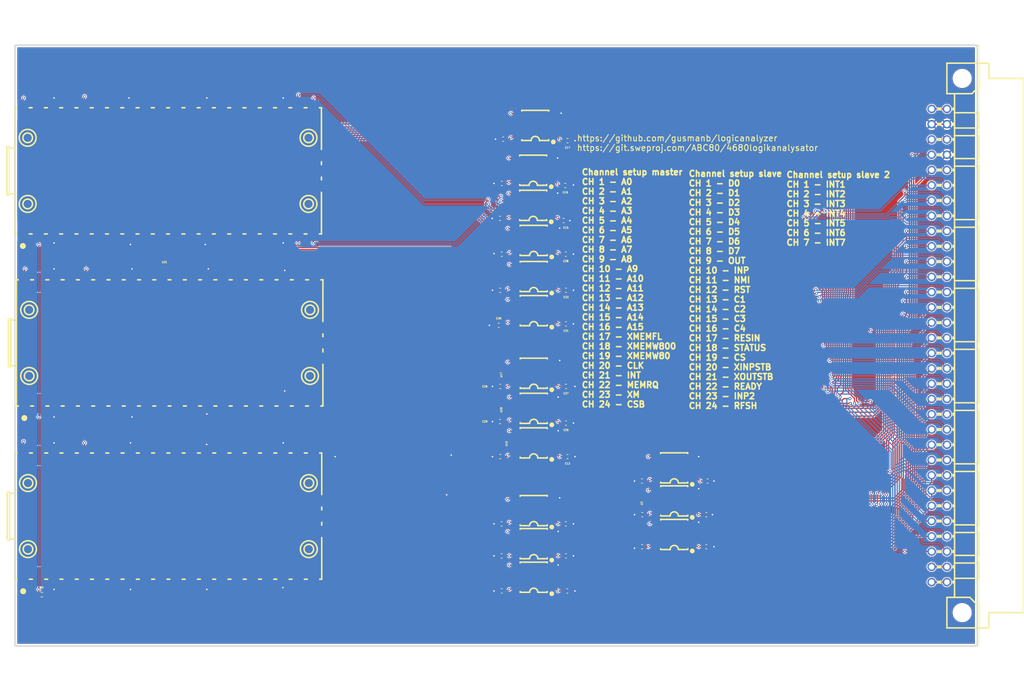
<source format=kicad_pcb>
(kicad_pcb
	(version 20241229)
	(generator "pcbnew")
	(generator_version "9.0")
	(general
		(thickness 1.509)
		(legacy_teardrops no)
	)
	(paper "A")
	(title_block
		(title "4680 LOGIC ANALYZER")
		(date "2025-08-14")
	)
	(layers
		(0 "F.Cu" signal)
		(4 "In1.Cu" signal)
		(6 "In2.Cu" signal)
		(2 "B.Cu" signal)
		(9 "F.Adhes" user "F.Adhesive")
		(11 "B.Adhes" user "B.Adhesive")
		(13 "F.Paste" user)
		(15 "B.Paste" user)
		(5 "F.SilkS" user "F.Silkscreen")
		(7 "B.SilkS" user "B.Silkscreen")
		(1 "F.Mask" user)
		(3 "B.Mask" user)
		(17 "Dwgs.User" user "User.Drawings")
		(19 "Cmts.User" user "User.Comments")
		(21 "Eco1.User" user "User.Eco1")
		(23 "Eco2.User" user "User.Eco2")
		(25 "Edge.Cuts" user)
		(27 "Margin" user)
		(31 "F.CrtYd" user "F.Courtyard")
		(29 "B.CrtYd" user "B.Courtyard")
		(35 "F.Fab" user)
		(33 "B.Fab" user)
		(39 "User.1" user "Board Edge")
	)
	(setup
		(stackup
			(layer "F.SilkS"
				(type "Top Silk Screen")
			)
			(layer "F.Paste"
				(type "Top Solder Paste")
			)
			(layer "F.Mask"
				(type "Top Solder Mask")
				(thickness 0.01)
			)
			(layer "F.Cu"
				(type "copper")
				(thickness 0.035)
			)
			(layer "dielectric 1"
				(type "core")
				(thickness 0.019)
				(material "unknown")
				(epsilon_r 3.9)
				(loss_tangent 0.02)
			)
			(layer "In1.Cu"
				(type "copper")
				(thickness 0.0175)
			)
			(layer "dielectric 2"
				(type "core")
				(thickness 0.1)
				(material "unknown")
				(epsilon_r 4.05)
				(loss_tangent 0.02)
			)
			(layer "In2.Cu"
				(type "copper")
				(thickness 0.0175)
			)
			(layer "dielectric 3"
				(type "core")
				(thickness 1.265)
				(material "unknown")
				(epsilon_r 4.26)
				(loss_tangent 0.02)
			)
			(layer "B.Cu"
				(type "copper")
				(thickness 0.035)
			)
			(layer "B.Mask"
				(type "Bottom Solder Mask")
				(thickness 0.01)
			)
			(layer "B.Paste"
				(type "Bottom Solder Paste")
			)
			(layer "B.SilkS"
				(type "Bottom Silk Screen")
			)
			(copper_finish "None")
			(dielectric_constraints no)
		)
		(pad_to_mask_clearance 0)
		(allow_soldermask_bridges_in_footprints no)
		(tenting front back)
		(pcbplotparams
			(layerselection 0x00000000_00000000_55555555_5555f5af)
			(plot_on_all_layers_selection 0x00000000_00000000_00000000_00000000)
			(disableapertmacros no)
			(usegerberextensions yes)
			(usegerberattributes no)
			(usegerberadvancedattributes no)
			(creategerberjobfile no)
			(dashed_line_dash_ratio 12.000000)
			(dashed_line_gap_ratio 3.000000)
			(svgprecision 6)
			(plotframeref no)
			(mode 1)
			(useauxorigin no)
			(hpglpennumber 1)
			(hpglpenspeed 20)
			(hpglpendiameter 15.000000)
			(pdf_front_fp_property_popups yes)
			(pdf_back_fp_property_popups yes)
			(pdf_metadata yes)
			(pdf_single_document no)
			(dxfpolygonmode yes)
			(dxfimperialunits yes)
			(dxfusepcbnewfont yes)
			(psnegative no)
			(psa4output no)
			(plot_black_and_white yes)
			(sketchpadsonfab no)
			(plotpadnumbers no)
			(hidednponfab no)
			(sketchdnponfab yes)
			(crossoutdnponfab yes)
			(subtractmaskfromsilk yes)
			(outputformat 1)
			(mirror no)
			(drillshape 0)
			(scaleselection 1)
			(outputdirectory "output/")
		)
	)
	(net 0 "")
	(net 1 "/~{MEMRQ}")
	(net 2 "/EXT_CHAIN")
	(net 3 "/~{INP2}")
	(net 4 "/~{RFSH}")
	(net 5 "/~{CSB}")
	(net 6 "/X_A2")
	(net 7 "unconnected-(U1-NC1-Pad9)")
	(net 8 "/X_A1")
	(net 9 "/X_A0")
	(net 10 "unconnected-(U1-NC0-Pad6)")
	(net 11 "/X_A3")
	(net 12 "unconnected-(U2-NC1-Pad9)")
	(net 13 "unconnected-(U2-NC0-Pad6)")
	(net 14 "unconnected-(U3-NC0-Pad6)")
	(net 15 "unconnected-(U3-NC1-Pad9)")
	(net 16 "unconnected-(U4-NC0-Pad6)")
	(net 17 "unconnected-(U4-NC1-Pad9)")
	(net 18 "unconnected-(U5-NC1-Pad9)")
	(net 19 "unconnected-(U5-NC0-Pad6)")
	(net 20 "/X_A7")
	(net 21 "/X_A4")
	(net 22 "unconnected-(U6-NC0-Pad6)")
	(net 23 "/X_A6")
	(net 24 "unconnected-(U6-NC1-Pad9)")
	(net 25 "/X_A5")
	(net 26 "unconnected-(U7-SWCLK-Pad41)")
	(net 27 "unconnected-(U7-VSYS-Pad39)")
	(net 28 "unconnected-(U7-ADC_VREF-Pad35)")
	(net 29 "unconnected-(U7-RUN-Pad30)")
	(net 30 "unconnected-(U7-P_3V3_EN-Pad37)")
	(net 31 "unconnected-(U7-SWDIO-Pad43)")
	(net 32 "unconnected-(U7-GND8-Pad42)")
	(net 33 "unconnected-(U8-NC1-Pad9)")
	(net 34 "unconnected-(U8-NC0-Pad6)")
	(net 35 "unconnected-(U9-NC1-Pad9)")
	(net 36 "unconnected-(U9-NC0-Pad6)")
	(net 37 "unconnected-(U10-NC0-Pad6)")
	(net 38 "unconnected-(U10-NC1-Pad9)")
	(net 39 "unconnected-(U11-NC0-Pad6)")
	(net 40 "unconnected-(U11-NC1-Pad9)")
	(net 41 "unconnected-(U12-NC0-Pad6)")
	(net 42 "unconnected-(U12-NC1-Pad9)")
	(net 43 "unconnected-(U13-NC0-Pad6)")
	(net 44 "unconnected-(U13-NC1-Pad9)")
	(net 45 "unconnected-(U14-SWDIO-Pad43)")
	(net 46 "unconnected-(U14-VSYS-Pad39)")
	(net 47 "unconnected-(U14-GND8-Pad42)")
	(net 48 "unconnected-(U14-RUN-Pad30)")
	(net 49 "unconnected-(U14-SWCLK-Pad41)")
	(net 50 "unconnected-(U14-P_3V3_EN-Pad37)")
	(net 51 "unconnected-(U14-ADC_VREF-Pad35)")
	(net 52 "/~{X_C3}")
	(net 53 "GND")
	(net 54 "/A5")
	(net 55 "/~{XMEMFL}")
	(net 56 "/~{NMI}")
	(net 57 "/~{C4}")
	(net 58 "/~{RST}")
	(net 59 "/ABC_-12V")
	(net 60 "/~{STATUS}")
	(net 61 "/~{CS}")
	(net 62 "/~{RESIN}")
	(net 63 "/~{C3}")
	(net 64 "/A11")
	(net 65 "/A1")
	(net 66 "/~{XM}")
	(net 67 "/~{OUT}")
	(net 68 "/~{INP}")
	(net 69 "/A7")
	(net 70 "/A9")
	(net 71 "/~{XOUTSTB}")
	(net 72 "/A0")
	(net 73 "/A6")
	(net 74 "/A2")
	(net 75 "/A10")
	(net 76 "/D5")
	(net 77 "/D6")
	(net 78 "/~{C2}")
	(net 79 "/A15")
	(net 80 "/A12")
	(net 81 "/D4")
	(net 82 "/~{INT}")
	(net 83 "/D3")
	(net 84 "/ABC_12V")
	(net 85 "/READY")
	(net 86 "/A14")
	(net 87 "/D0")
	(net 88 "/~{XINPSTB}")
	(net 89 "/A8")
	(net 90 "/D7")
	(net 91 "/A4")
	(net 92 "/D2")
	(net 93 "/A3")
	(net 94 "/~{C1}")
	(net 95 "/A13")
	(net 96 "/D1")
	(net 97 "/~{XMEMW800}")
	(net 98 "/~{XMEMW80}")
	(net 99 "/~{X_C2}")
	(net 100 "/~{X_C1}")
	(net 101 "/~{X_C4}")
	(net 102 "/~{X_OUT}")
	(net 103 "/~{X_NMI}")
	(net 104 "/~{X_INP}")
	(net 105 "/~{X_XM}")
	(net 106 "unconnected-(U15-NC0-Pad6)")
	(net 107 "unconnected-(U15-NC1-Pad9)")
	(net 108 "unconnected-(U17-NC1-Pad9)")
	(net 109 "unconnected-(U17-NC0-Pad6)")
	(net 110 "unconnected-(U20-NC1-Pad9)")
	(net 111 "unconnected-(U20-NC0-Pad6)")
	(net 112 "unconnected-(U21-SWCLK-Pad41)")
	(net 113 "unconnected-(U21-ADC_VREF-Pad35)")
	(net 114 "unconnected-(U21-SWDIO-Pad43)")
	(net 115 "unconnected-(U21-GND8-Pad42)")
	(net 116 "unconnected-(U21-P_3V3_EN-Pad37)")
	(net 117 "unconnected-(U21-RUN-Pad30)")
	(net 118 "unconnected-(U21-VSYS-Pad39)")
	(net 119 "/~{INT2}")
	(net 120 "/~{INT1}")
	(net 121 "/~{INT4}")
	(net 122 "/~{INT3}")
	(net 123 "/3DOUT12")
	(net 124 "unconnected-(U17-A1-Pad2)")
	(net 125 "/3DOUT11")
	(net 126 "unconnected-(U17-A3-Pad4)")
	(net 127 "unconnected-(U17-A4-Pad5)")
	(net 128 "unconnected-(U17-A2-Pad3)")
	(net 129 "/3DOUT9")
	(net 130 "/3DOUT10")
	(net 131 "/~{INT5}")
	(net 132 "/~{INT7}")
	(net 133 "/3DOUT8")
	(net 134 "/~{INT6}")
	(net 135 "unconnected-(U20-A4-Pad5)")
	(net 136 "unconnected-(U21-GP20-Pad26)")
	(net 137 "unconnected-(U21-GP17-Pad22)")
	(net 138 "unconnected-(U21-GP27-Pad32)")
	(net 139 "unconnected-(U21-GP15-Pad20)")
	(net 140 "unconnected-(U21-GP18-Pad24)")
	(net 141 "unconnected-(U21-GP14-Pad19)")
	(net 142 "unconnected-(U21-GP19-Pad25)")
	(net 143 "unconnected-(U21-GP28-Pad34)")
	(net 144 "unconnected-(U21-GP26-Pad31)")
	(net 145 "unconnected-(U21-GP21-Pad27)")
	(net 146 "unconnected-(U21-GP16-Pad21)")
	(net 147 "unconnected-(U21-GP22-Pad29)")
	(net 148 "/POWER_3v3")
	(net 149 "/X_A15")
	(net 150 "/X_A14")
	(net 151 "/X_A12")
	(net 152 "/X_A13")
	(net 153 "/X_A10")
	(net 154 "/X_A9")
	(net 155 "/X_A11")
	(net 156 "/X_A8")
	(net 157 "/~{X_XMEMW80}")
	(net 158 "/CLK")
	(net 159 "/~{X_INT}")
	(net 160 "/~{X_CSB}")
	(net 161 "/~{X_RST}")
	(net 162 "/~{X_MEMRQ}")
	(net 163 "/~{X_XMEMFL}")
	(net 164 "/X_CLK")
	(net 165 "/~{X_XMEMW800}")
	(net 166 "/~{X_INT5}")
	(net 167 "/~{X_INT6}")
	(net 168 "/~{X_INT7}")
	(net 169 "/~{X_INT4}")
	(net 170 "/~{X_INT2}")
	(net 171 "/~{X_INT1}")
	(net 172 "/~{X_INT3}")
	(net 173 "/X_D1")
	(net 174 "/X_D3")
	(net 175 "/X_D2")
	(net 176 "/X_D0")
	(net 177 "/~{X_RFSH}")
	(net 178 "/X_READY")
	(net 179 "/~{X_XOUTSTB}")
	(net 180 "/~{X_INP2}")
	(net 181 "/~{X_CS}")
	(net 182 "/~{X_XINPSTB}")
	(net 183 "/~{X_RESIN}")
	(net 184 "/~{X_STATUS}")
	(net 185 "/X_D7")
	(net 186 "/X_D6")
	(net 187 "/X_D4")
	(net 188 "/X_D5")
	(net 189 "/POWER_5v")
	(footprint "4680logicanalyzer:TSSOP_14_L5_0_W4_4_P0_65_LS6_4_BL_2" (layer "F.Cu") (at 111.252 130.556 90))
	(footprint "Capacitor_SMD:C_0402_1005Metric" (layer "F.Cu") (at 116.614 98.806 180))
	(footprint "4680logicanalyzer:TSSOP_14_L5_0_W4_4_P0_65_LS6_4_BL_2" (layer "F.Cu") (at 111.252 108.204 90))
	(footprint "Capacitor_SMD:C_0402_1005Metric" (layer "F.Cu") (at 116.868 57.912 180))
	(footprint "Resistor_SMD:R_0402_1005Metric" (layer "F.Cu") (at 29.464 133.4516))
	(footprint "4680logicanalyzer:TSSOP_14_L5_0_W4_4_P0_65_LS6_4_BL_2" (layer "F.Cu") (at 111.252 80.518 90))
	(footprint "Capacitor_SMD:C_0402_1005Metric" (layer "F.Cu") (at 105.636 104.648))
	(footprint "Capacitor_SMD:C_0402_1005Metric" (layer "F.Cu") (at 129.286 125.476))
	(footprint "4680logicanalyzer:TSSOP_14_L5_0_W4_4_P0_65_LS6_4_BL_2" (layer "F.Cu") (at 134.62 123.444 90))
	(footprint "sm6uax:MAB64B" (layer "F.Cu") (at 182.5021 92))
	(footprint "Capacitor_SMD:C_0402_1005Metric" (layer "F.Cu") (at 105.946 65.024))
	(footprint "4680logicanalyzer:TSSOP_14_L5_0_W4_4_P0_65_LS6_4_BL_2" (layer "F.Cu") (at 134.614 112.3575 90))
	(footprint "4680logicanalyzer:TSSOP_14_L5_0_W4_4_P0_65_LS6_4_BL_2" (layer "F.Cu") (at 111.252 124.968 90))
	(footprint "4680logicanalyzer:COMM_SMD_L51_0_W21_0_P2_54_SC0916" (layer "F.Cu") (at 49.93 120.3871))
	(footprint "4680logicanalyzer:TSSOP_14_L5_0_W4_4_P0_65_LS6_4_BL_2"
		(layer "F.Cu")
		(uuid "3d06078a-14d2-42cc-b317-f1f6f288e531")
		(at 111.16675 62.8275 90)
		(property "Reference" "U11"
			(at -0.75 -5.4066 90)
			(layer "F.SilkS")
			(hide yes)
			(uuid "dd044490-37d7-4c1b-a7b1-094dae9cabfd")
			(effects
				(font
					(size 0.3 0.3)
					(thickness 0.075)
				)
				(justify left)
			)
		)
		(property "Value" "TXU0104PWR"
			(at -0.75 -4.4066 90)
			(layer "F.Fab")
			(hide yes)
			(uuid "b902dd05-d5ed-49b0-a80f-69bc2e2a896f")
			(effects
				(font
					(size 0.5 0.5)
					(thickness 0.1)
				)
				(justify left)
			)
		)
		(property "Datasheet" "https://www.ti.com/cn/lit/gpn/txu0104"
			(at 0 0 90)
			(layer "F.Fab")
			(hide yes)
			(uuid "3cfd9596-90a5-4480-8aef-b9761e092bb9")
			(effects
				(font
					(size 1.27 1.27)
					(thickness 0.15)
				)
			)
		)
		(property "Description" "1.08V~5.5V 4 200Mbps 1.08V~5.5V TSSOP-14  Translators / Level Shifters ROHS"
			(at 0 0 90)
			(layer "F.Fab")
			(hide yes)
			(uuid "0c854d2b-1214-42cd-9009-dac4eaa456e7")
			(effects
				(font
					(size 1.27 1.27)
					(thickness 0.15)
				)
			)
		)
		(property "Name" "shifter"
			(at 0 0 90)
			(unlocked yes)
			(layer "F.Fab")
			(hide yes)
			(uuid "a2ca74b8-8127-4edf-b858-f98c49289625")
			(effects
				(font
					(size 1 1)
					(thickness 0.15)
				)
			)
		)
		(property "Manufacturer" "Texas Instruments"
			(at 0 0 90)
			(unlocked yes)
			(layer "F.Fab")
			(hide yes)
			(uuid "6d2f47f9-4a41-4ddc-87b1-7b04ebb02bd4")
			(effects
				(font
					(size 1 1)
					(thickness 0.15)
				)
			)
		)
		(property "MPN" "TXU0104PWR"
			(at 0 0 90)
			(unlocked yes)
			(layer "F.Fab")
			(hide yes)
			(uuid "221cb049-21c7-4a0b-a66f-77fa49ef9057")
			(effects
				(font
					(size 1 1)
					(thickness 0.15)
				)
			)
		)
		(property "Reference-prefix" "U"
			(at 0 0 90)
			(unlocked yes)
			(layer "F.Fab")
			(hide yes)
			(uuid "baa74b32-f9aa-4681-9e45-9ae833886b55")
			(effects
				(font
					(size 1 1)
					(thickness 0.15)
				)
			)
		)
		(path "/bf58a4a0-b2d0-426c-8190-df902c73743a")
		(sheetname "/")
		(sheetfile "4680logicanalyzer.kicad_sch")
		(fp_line
			(start 2.5075 -2.25)
			(end 2.5075 2.25)
			(stroke
				(width 0.254)
				(type solid)
			)
			(layer "F.SilkS")
			(uuid "56d67aef-1be6-4f80-8318-b585ec633d14")
		)
		(fp_line
			(start 2.3915 -2.25)
			(end 2.5075 -2.25)
			(stroke
				(width 0.254)
				(type solid)
			)
			(layer "F.SilkS")
			(uuid "8cc359ee-072d-401f-bcad-47c5742748c7")
		)
		(fp_line
			(start -2.4925 -2.25)
			(end -2.3775 -2.25)
			(stroke
				(width 0.254)
				(type solid)
			)
			(layer "F.SilkS")
			(uuid "6ad1ace5-1183-4b8b-a192-f13f1f2497ab")
		)
		(fp_line
			(start -2.5075 -1.6)
			(end -2.5075 -2.25)
			(stroke
				(width 0.254)
				(type solid)
			)
			(layer "F.SilkS")
			(uuid "ac49b375-ec80-4531-ad03-ccc369b122d6")
		)
		(fp_line
			(start -2.5075 -0.685)
			(end -2.5075 -1.6)
			(stroke
				(width 0.254)
				(type solid)
			)
			(layer "F.SilkS")
			(uuid "83530598-a4aa-48e8-b1a0-08512d08b794")
		)
		(fp_line
			(start -2.5075 1.601)
			(end -2.5075 0.686)
			(stroke
				(width 0.254)
				(type solid)
			)
			(layer "F.SilkS")
			(uuid "01dafe02-9c7d-4970-b064-357dd28a7490")
		)
		(fp_line
			(start -2.5075 1.601)
			(end -2.5075 2.25)
			(stroke
				(width 0.254)
				(type solid)
			)
			(layer "F.SilkS")
			(uuid "da6626eb-65c7-4e19-85b0-2665e0587204")
		)
		(fp_line
			(start 2.5075 2.25)
			(end 2.3915 2.25)
			(stroke
				(width 0.254)
				(type solid)
			)
			(layer "F.SilkS")
			(uuid "33b32c4b-4cf7-44a7-8b41-f68cb849acf2")
		)
		(fp_line
			(start -2.3775 2.25)
			(end -2.4925 2.25)
			(stroke
				(width 0.254)
				(type solid)
			)
			(layer "F.SilkS")
			(uuid "35662b71-d342-4901-be59-777b905baa6d")
		)
		(fp_arc
			(start -2.5075 -0.686)
			(mid -1.8215 0)
			(end -2.5075 0.686)
			(stroke
				(width 0.254)
				(type solid)
			)
			(layer "F.SilkS")
			(uuid "4cc08b65-ce25-4c2a-8ec1-773ad6f9972d")
		)
		(fp_arc
			(start -2.5425 3)
			(mid -2.9425 3)
			(end -2.5425 3)
			(stroke
				(width 0.4)
				(type solid)
			)
			(layer "F.SilkS")
			(uuid "ae04553a-8aca-4110-bdc5-a737c819f801")
		)
		(fp_line
			(start 2.6345 -3.701)
			(end -2.6345 -3.701)
			(stroke
				(width 0.05)
				(type solid)
			)
			(layer "F.CrtYd")
			(uuid "5f2c1eed-957a-48bd-83f0-c3b454037bf6")
		)
		(fp_line
			(start -2.6345 -3.701)
			(end -2.6345 3.701)
			(stroke
				(width 0.05)
				(type solid)
			)
			(layer "F.CrtYd")
			(uuid "75363cbb-0671-4cfc-884c-da4e76197949")
		)
		(fp_line
			(start 2.6345 3.701)
			(end 2.6345 -3.701)
			(stroke
				(width 0.05)
				(type solid)
			)
			(layer "F.CrtYd")
			(uuid "7e5a6f7a-e08b-413c-9a7c-de20fb689182")
		)
		(fp_line
			(start -2.6345 3.701)
			(end 2.6345 3.701)
			(stroke
				(width 0.0
... [1731293 chars truncated]
</source>
